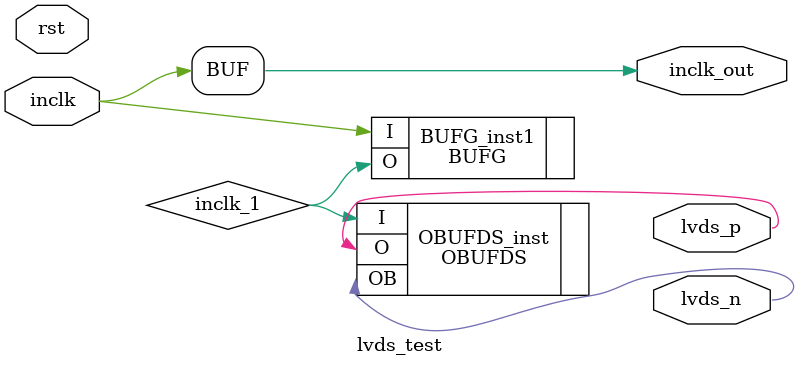
<source format=v>
`timescale 1ns / 1ps


module lvds_test(
    input inclk,
    input rst,
    
    output inclk_out,
    output lvds_p,
    output lvds_n
    );
    wire inclk_1;
    
    assign inclk_out = inclk;
    
     BUFG BUFG_inst1 (
        .O(inclk_1), // 1-bit output: Clock output
        .I(inclk) // 1-bit input: Clock input
    );
    
    OBUFDS #(
      .IOSTANDARD("DEFAULT"), // Specify the output I/O standard
      .SLEW("SLOW")           // Specify the output slew rate
   ) OBUFDS_inst (
      .O(lvds_p),     // Diff_p output (connect directly to top-level port)
      .OB(lvds_n),   // Diff_n output (connect directly to top-level port)
      .I(inclk_1)      // Buffer input
   );
    
endmodule

</source>
